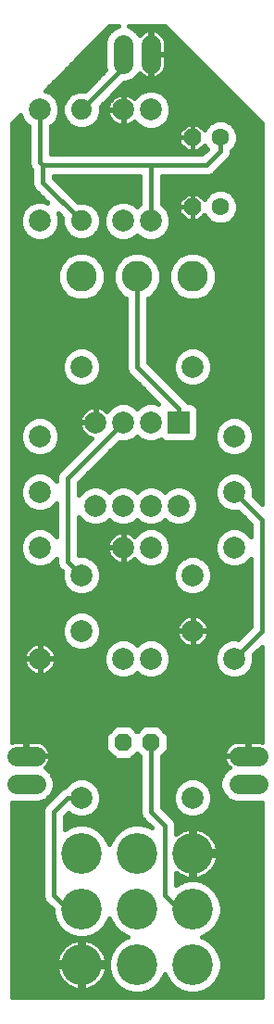
<source format=gbl>
G75*
%MOIN*%
%OFA0B0*%
%FSLAX25Y25*%
%IPPOS*%
%LPD*%
%AMOC8*
5,1,8,0,0,1.08239X$1,22.5*
%
%ADD10C,0.07400*%
%ADD11OC8,0.06300*%
%ADD12C,0.06300*%
%ADD13OC8,0.06200*%
%ADD14C,0.14630*%
%ADD15C,0.07874*%
%ADD16R,0.07874X0.07874*%
%ADD17C,0.11000*%
%ADD18C,0.07000*%
%ADD19C,0.01600*%
D10*
X0031000Y0284300D03*
X0031000Y0324300D03*
D11*
X0071000Y0314300D03*
X0071000Y0289300D03*
D12*
X0081000Y0289300D03*
X0081000Y0314300D03*
D13*
X0056000Y0096800D03*
X0046000Y0096800D03*
D14*
X0051000Y0056800D03*
X0051000Y0036800D03*
X0051000Y0016800D03*
X0031000Y0016800D03*
X0031000Y0036800D03*
X0031000Y0056800D03*
X0071000Y0056800D03*
X0071000Y0036800D03*
X0071000Y0016800D03*
D15*
X0071000Y0076800D03*
X0056000Y0126800D03*
X0046000Y0126800D03*
X0031000Y0136800D03*
X0016000Y0126800D03*
X0031000Y0156800D03*
X0016000Y0166800D03*
X0016000Y0186800D03*
X0016000Y0206800D03*
X0031000Y0231800D03*
X0036000Y0211800D03*
X0046000Y0211800D03*
X0056000Y0211800D03*
X0071000Y0231800D03*
X0086000Y0206800D03*
X0086000Y0186800D03*
X0086000Y0166800D03*
X0071000Y0156800D03*
X0056000Y0166800D03*
X0046000Y0166800D03*
X0046000Y0181800D03*
X0056000Y0181800D03*
X0066000Y0181800D03*
X0036000Y0181800D03*
X0071000Y0136800D03*
X0086000Y0126800D03*
X0031000Y0076800D03*
X0016000Y0284300D03*
X0046000Y0284300D03*
X0056000Y0284300D03*
X0056000Y0324300D03*
X0046000Y0324300D03*
X0016000Y0324300D03*
D16*
X0066000Y0211800D03*
D17*
X0071000Y0264300D03*
X0051000Y0264300D03*
X0031000Y0264300D03*
D18*
X0046000Y0340800D02*
X0046000Y0347800D01*
X0056000Y0347800D02*
X0056000Y0340800D01*
X0087500Y0091800D02*
X0094500Y0091800D01*
X0094500Y0081800D02*
X0087500Y0081800D01*
X0014500Y0081800D02*
X0007500Y0081800D01*
X0007500Y0091800D02*
X0014500Y0091800D01*
D19*
X0006000Y0075169D02*
X0006000Y0005000D01*
X0096000Y0005000D01*
X0096000Y0075169D01*
X0095833Y0075100D01*
X0086167Y0075100D01*
X0083705Y0076120D01*
X0081820Y0078005D01*
X0080800Y0080467D01*
X0080800Y0083133D01*
X0081820Y0085595D01*
X0083705Y0087480D01*
X0084166Y0087671D01*
X0084047Y0087757D01*
X0083457Y0088347D01*
X0082967Y0089022D01*
X0082588Y0089766D01*
X0082330Y0090559D01*
X0082200Y0091383D01*
X0082200Y0091600D01*
X0090800Y0091600D01*
X0090800Y0092000D01*
X0090800Y0097100D01*
X0087083Y0097100D01*
X0086259Y0096969D01*
X0085466Y0096712D01*
X0084722Y0096333D01*
X0084047Y0095843D01*
X0083457Y0095253D01*
X0082967Y0094578D01*
X0082588Y0093834D01*
X0082330Y0093041D01*
X0082200Y0092217D01*
X0082200Y0092000D01*
X0090800Y0092000D01*
X0091200Y0092000D01*
X0091200Y0097100D01*
X0094917Y0097100D01*
X0095741Y0096969D01*
X0096000Y0096885D01*
X0096000Y0131143D01*
X0093119Y0128262D01*
X0093137Y0128220D01*
X0093137Y0125380D01*
X0092050Y0122757D01*
X0090043Y0120750D01*
X0087420Y0119663D01*
X0084580Y0119663D01*
X0081957Y0120750D01*
X0079950Y0122757D01*
X0078863Y0125380D01*
X0078863Y0128220D01*
X0079950Y0130843D01*
X0081957Y0132850D01*
X0084580Y0133937D01*
X0087420Y0133937D01*
X0087462Y0133919D01*
X0092000Y0138457D01*
X0092000Y0162707D01*
X0090043Y0160750D01*
X0087420Y0159663D01*
X0084580Y0159663D01*
X0081957Y0160750D01*
X0079950Y0162757D01*
X0078863Y0165380D01*
X0078863Y0168220D01*
X0079950Y0170843D01*
X0081957Y0172850D01*
X0084580Y0173937D01*
X0087420Y0173937D01*
X0090043Y0172850D01*
X0092000Y0170893D01*
X0092000Y0175143D01*
X0087462Y0179681D01*
X0087420Y0179663D01*
X0084580Y0179663D01*
X0081957Y0180750D01*
X0079950Y0182757D01*
X0078863Y0185380D01*
X0078863Y0188220D01*
X0079950Y0190843D01*
X0081957Y0192850D01*
X0084580Y0193937D01*
X0087420Y0193937D01*
X0090043Y0192850D01*
X0092050Y0190843D01*
X0093137Y0188220D01*
X0093137Y0185380D01*
X0093119Y0185338D01*
X0096000Y0182457D01*
X0096000Y0319300D01*
X0061000Y0354300D01*
X0047816Y0354300D01*
X0049795Y0353480D01*
X0051680Y0351595D01*
X0051871Y0351134D01*
X0051957Y0351253D01*
X0052547Y0351843D01*
X0053222Y0352333D01*
X0053966Y0352712D01*
X0054759Y0352969D01*
X0055583Y0353100D01*
X0055800Y0353100D01*
X0055800Y0344500D01*
X0056200Y0344500D01*
X0056200Y0353100D01*
X0056417Y0353100D01*
X0057241Y0352969D01*
X0058034Y0352712D01*
X0058778Y0352333D01*
X0059453Y0351843D01*
X0060043Y0351253D01*
X0060533Y0350578D01*
X0060912Y0349834D01*
X0061169Y0349041D01*
X0061300Y0348217D01*
X0061300Y0344500D01*
X0056200Y0344500D01*
X0056200Y0344100D01*
X0061300Y0344100D01*
X0061300Y0340383D01*
X0061169Y0339559D01*
X0060912Y0338766D01*
X0060533Y0338022D01*
X0060043Y0337347D01*
X0059453Y0336757D01*
X0058778Y0336267D01*
X0058034Y0335888D01*
X0057241Y0335630D01*
X0056417Y0335500D01*
X0056200Y0335500D01*
X0056200Y0344100D01*
X0055800Y0344100D01*
X0055800Y0335500D01*
X0055583Y0335500D01*
X0054759Y0335630D01*
X0053966Y0335888D01*
X0053222Y0336267D01*
X0052547Y0336757D01*
X0051957Y0337347D01*
X0051871Y0337466D01*
X0051680Y0337005D01*
X0049795Y0335120D01*
X0047333Y0334100D01*
X0046457Y0334100D01*
X0037900Y0325543D01*
X0037900Y0322927D01*
X0036850Y0320391D01*
X0034909Y0318450D01*
X0032372Y0317400D01*
X0029627Y0317400D01*
X0027091Y0318450D01*
X0025150Y0320391D01*
X0024100Y0322927D01*
X0024100Y0325672D01*
X0025150Y0328209D01*
X0027091Y0330150D01*
X0029627Y0331200D01*
X0032243Y0331200D01*
X0039655Y0338611D01*
X0039300Y0339467D01*
X0039300Y0349133D01*
X0040320Y0351595D01*
X0042205Y0353480D01*
X0044184Y0354300D01*
X0041000Y0354300D01*
X0017927Y0331227D01*
X0020043Y0330350D01*
X0022050Y0328343D01*
X0023137Y0325720D01*
X0023137Y0322880D01*
X0022050Y0320257D01*
X0020043Y0318250D01*
X0020000Y0318232D01*
X0020000Y0308300D01*
X0074343Y0308300D01*
X0076181Y0310138D01*
X0075617Y0310703D01*
X0075261Y0311561D01*
X0073050Y0309350D01*
X0071000Y0309350D01*
X0071000Y0314300D01*
X0071000Y0314300D01*
X0071000Y0319250D01*
X0073050Y0319250D01*
X0075261Y0317039D01*
X0075617Y0317897D01*
X0077403Y0319683D01*
X0079737Y0320650D01*
X0082263Y0320650D01*
X0084597Y0319683D01*
X0086383Y0317897D01*
X0087350Y0315563D01*
X0087350Y0313037D01*
X0086383Y0310703D01*
X0085000Y0309320D01*
X0085000Y0308504D01*
X0084391Y0307034D01*
X0079391Y0302034D01*
X0078266Y0300909D01*
X0076796Y0300300D01*
X0060000Y0300300D01*
X0060000Y0290368D01*
X0060043Y0290350D01*
X0062050Y0288343D01*
X0063137Y0285720D01*
X0063137Y0282880D01*
X0062050Y0280257D01*
X0060043Y0278250D01*
X0057420Y0277163D01*
X0054580Y0277163D01*
X0051957Y0278250D01*
X0051000Y0279207D01*
X0050043Y0278250D01*
X0047420Y0277163D01*
X0044580Y0277163D01*
X0041957Y0278250D01*
X0039950Y0280257D01*
X0038863Y0282880D01*
X0038863Y0285720D01*
X0039950Y0288343D01*
X0041957Y0290350D01*
X0044580Y0291437D01*
X0047420Y0291437D01*
X0050043Y0290350D01*
X0051000Y0289393D01*
X0051957Y0290350D01*
X0052000Y0290368D01*
X0052000Y0300300D01*
X0021142Y0300300D01*
X0021142Y0299815D01*
X0029757Y0291200D01*
X0032372Y0291200D01*
X0034909Y0290150D01*
X0036850Y0288209D01*
X0037900Y0285672D01*
X0037900Y0282927D01*
X0036850Y0280391D01*
X0034909Y0278450D01*
X0032372Y0277400D01*
X0029627Y0277400D01*
X0027091Y0278450D01*
X0025150Y0280391D01*
X0024100Y0282927D01*
X0024100Y0285543D01*
X0022581Y0287062D01*
X0023137Y0285720D01*
X0023137Y0282880D01*
X0022050Y0280257D01*
X0020043Y0278250D01*
X0017420Y0277163D01*
X0014580Y0277163D01*
X0011957Y0278250D01*
X0009950Y0280257D01*
X0008863Y0282880D01*
X0008863Y0285720D01*
X0009950Y0288343D01*
X0011957Y0290350D01*
X0014580Y0291437D01*
X0017420Y0291437D01*
X0018762Y0290881D01*
X0013751Y0295892D01*
X0013142Y0297363D01*
X0013142Y0302643D01*
X0012609Y0303176D01*
X0012000Y0304646D01*
X0012000Y0318232D01*
X0011957Y0318250D01*
X0009950Y0320257D01*
X0009073Y0322373D01*
X0006000Y0319300D01*
X0006000Y0096885D01*
X0006259Y0096969D01*
X0007083Y0097100D01*
X0010800Y0097100D01*
X0010800Y0092000D01*
X0011200Y0092000D01*
X0011200Y0097100D01*
X0014917Y0097100D01*
X0015741Y0096969D01*
X0016534Y0096712D01*
X0017278Y0096333D01*
X0017953Y0095843D01*
X0018543Y0095253D01*
X0019033Y0094578D01*
X0019412Y0093834D01*
X0019669Y0093041D01*
X0019800Y0092217D01*
X0019800Y0092000D01*
X0011200Y0092000D01*
X0011200Y0091600D01*
X0019800Y0091600D01*
X0019800Y0091383D01*
X0019669Y0090559D01*
X0019412Y0089766D01*
X0019033Y0089022D01*
X0018543Y0088347D01*
X0017953Y0087757D01*
X0017834Y0087671D01*
X0018295Y0087480D01*
X0020180Y0085595D01*
X0021200Y0083133D01*
X0021200Y0080467D01*
X0020180Y0078005D01*
X0018295Y0076120D01*
X0015833Y0075100D01*
X0006167Y0075100D01*
X0006000Y0075169D01*
X0006000Y0073733D02*
X0017471Y0073733D01*
X0017609Y0074066D02*
X0017000Y0072596D01*
X0017000Y0041004D01*
X0017609Y0039534D01*
X0018734Y0038409D01*
X0020485Y0036658D01*
X0020485Y0035416D01*
X0021202Y0032741D01*
X0022586Y0030344D01*
X0024544Y0028386D01*
X0026941Y0027002D01*
X0029616Y0026285D01*
X0032384Y0026285D01*
X0035059Y0027002D01*
X0037456Y0028386D01*
X0039414Y0030344D01*
X0040798Y0032741D01*
X0041000Y0033494D01*
X0041202Y0032741D01*
X0042586Y0030344D01*
X0044544Y0028386D01*
X0046941Y0027002D01*
X0047694Y0026800D01*
X0046941Y0026598D01*
X0044544Y0025214D01*
X0042586Y0023256D01*
X0041202Y0020859D01*
X0040485Y0018184D01*
X0040485Y0015416D01*
X0041202Y0012741D01*
X0042586Y0010344D01*
X0044544Y0008386D01*
X0046941Y0007002D01*
X0049616Y0006285D01*
X0052384Y0006285D01*
X0055059Y0007002D01*
X0057456Y0008386D01*
X0059414Y0010344D01*
X0060798Y0012741D01*
X0061000Y0013494D01*
X0061202Y0012741D01*
X0062586Y0010344D01*
X0064544Y0008386D01*
X0066941Y0007002D01*
X0069616Y0006285D01*
X0072384Y0006285D01*
X0075059Y0007002D01*
X0077456Y0008386D01*
X0079414Y0010344D01*
X0080798Y0012741D01*
X0081515Y0015416D01*
X0081515Y0018184D01*
X0080798Y0020859D01*
X0079414Y0023256D01*
X0077456Y0025214D01*
X0075059Y0026598D01*
X0074306Y0026800D01*
X0075059Y0027002D01*
X0077456Y0028386D01*
X0079414Y0030344D01*
X0080798Y0032741D01*
X0081515Y0035416D01*
X0081515Y0038184D01*
X0080798Y0040859D01*
X0079414Y0043256D01*
X0077456Y0045214D01*
X0075059Y0046598D01*
X0072384Y0047315D01*
X0069616Y0047315D01*
X0066941Y0046598D01*
X0065000Y0045478D01*
X0065000Y0049915D01*
X0065925Y0049205D01*
X0066960Y0048607D01*
X0068064Y0048150D01*
X0069218Y0047841D01*
X0070200Y0047712D01*
X0070200Y0056000D01*
X0071800Y0056000D01*
X0071800Y0057600D01*
X0070200Y0057600D01*
X0070200Y0065888D01*
X0069218Y0065759D01*
X0068064Y0065450D01*
X0066960Y0064992D01*
X0065925Y0064395D01*
X0065000Y0063685D01*
X0065000Y0067596D01*
X0064391Y0069066D01*
X0060000Y0073457D01*
X0060000Y0091890D01*
X0062300Y0094190D01*
X0062300Y0099410D01*
X0058610Y0103100D01*
X0053390Y0103100D01*
X0051000Y0100710D01*
X0048610Y0103100D01*
X0043390Y0103100D01*
X0039700Y0099410D01*
X0039700Y0094190D01*
X0043390Y0090500D01*
X0048610Y0090500D01*
X0051000Y0092890D01*
X0052000Y0091890D01*
X0052000Y0071004D01*
X0052609Y0069534D01*
X0053734Y0068409D01*
X0056209Y0065934D01*
X0055059Y0066598D01*
X0052384Y0067315D01*
X0049616Y0067315D01*
X0046941Y0066598D01*
X0044544Y0065214D01*
X0042586Y0063256D01*
X0041202Y0060859D01*
X0041000Y0060106D01*
X0040798Y0060859D01*
X0039414Y0063256D01*
X0037456Y0065214D01*
X0035059Y0066598D01*
X0032384Y0067315D01*
X0029616Y0067315D01*
X0026941Y0066598D01*
X0025000Y0065477D01*
X0025000Y0070143D01*
X0026282Y0071425D01*
X0026957Y0070750D01*
X0029580Y0069663D01*
X0032420Y0069663D01*
X0035043Y0070750D01*
X0037050Y0072757D01*
X0038137Y0075380D01*
X0038137Y0078220D01*
X0037050Y0080843D01*
X0035043Y0082850D01*
X0032420Y0083937D01*
X0029580Y0083937D01*
X0026957Y0082850D01*
X0024950Y0080843D01*
X0024875Y0080664D01*
X0023734Y0080191D01*
X0022609Y0079066D01*
X0017609Y0074066D01*
X0016392Y0075332D02*
X0018875Y0075332D01*
X0019105Y0076930D02*
X0020473Y0076930D01*
X0020397Y0078529D02*
X0022072Y0078529D01*
X0021059Y0080127D02*
X0023670Y0080127D01*
X0025832Y0081726D02*
X0021200Y0081726D01*
X0021121Y0083324D02*
X0028101Y0083324D01*
X0033899Y0083324D02*
X0052000Y0083324D01*
X0052000Y0081726D02*
X0036168Y0081726D01*
X0037347Y0080127D02*
X0052000Y0080127D01*
X0052000Y0078529D02*
X0038009Y0078529D01*
X0038137Y0076930D02*
X0052000Y0076930D01*
X0052000Y0075332D02*
X0038117Y0075332D01*
X0037455Y0073733D02*
X0052000Y0073733D01*
X0052000Y0072134D02*
X0036428Y0072134D01*
X0034527Y0070536D02*
X0052194Y0070536D01*
X0053206Y0068937D02*
X0025000Y0068937D01*
X0025000Y0067339D02*
X0054804Y0067339D01*
X0056000Y0071800D02*
X0056000Y0096800D01*
X0052000Y0091317D02*
X0049426Y0091317D01*
X0052000Y0089718D02*
X0019388Y0089718D01*
X0019789Y0091317D02*
X0042574Y0091317D01*
X0040975Y0092915D02*
X0019689Y0092915D01*
X0019066Y0094514D02*
X0039700Y0094514D01*
X0039700Y0096112D02*
X0017582Y0096112D01*
X0011200Y0096112D02*
X0010800Y0096112D01*
X0010800Y0094514D02*
X0011200Y0094514D01*
X0011200Y0092915D02*
X0010800Y0092915D01*
X0006000Y0097711D02*
X0039700Y0097711D01*
X0039700Y0099309D02*
X0006000Y0099309D01*
X0006000Y0100908D02*
X0041198Y0100908D01*
X0042797Y0102506D02*
X0006000Y0102506D01*
X0006000Y0104105D02*
X0096000Y0104105D01*
X0096000Y0105703D02*
X0006000Y0105703D01*
X0006000Y0107302D02*
X0096000Y0107302D01*
X0096000Y0108900D02*
X0006000Y0108900D01*
X0006000Y0110499D02*
X0096000Y0110499D01*
X0096000Y0112097D02*
X0006000Y0112097D01*
X0006000Y0113696D02*
X0096000Y0113696D01*
X0096000Y0115294D02*
X0006000Y0115294D01*
X0006000Y0116893D02*
X0096000Y0116893D01*
X0096000Y0118491D02*
X0006000Y0118491D01*
X0006000Y0120090D02*
X0043550Y0120090D01*
X0044580Y0119663D02*
X0047420Y0119663D01*
X0050043Y0120750D01*
X0051000Y0121707D01*
X0051957Y0120750D01*
X0054580Y0119663D01*
X0057420Y0119663D01*
X0060043Y0120750D01*
X0062050Y0122757D01*
X0063137Y0125380D01*
X0063137Y0128220D01*
X0062050Y0130843D01*
X0060043Y0132850D01*
X0057420Y0133937D01*
X0054580Y0133937D01*
X0051957Y0132850D01*
X0051000Y0131893D01*
X0050043Y0132850D01*
X0047420Y0133937D01*
X0044580Y0133937D01*
X0041957Y0132850D01*
X0039950Y0130843D01*
X0038863Y0128220D01*
X0038863Y0125380D01*
X0039950Y0122757D01*
X0041957Y0120750D01*
X0044580Y0119663D01*
X0048450Y0120090D02*
X0053550Y0120090D01*
X0051018Y0121688D02*
X0050982Y0121688D01*
X0058450Y0120090D02*
X0083550Y0120090D01*
X0081018Y0121688D02*
X0060982Y0121688D01*
X0062270Y0123287D02*
X0079730Y0123287D01*
X0079068Y0124885D02*
X0062932Y0124885D01*
X0063137Y0126484D02*
X0078863Y0126484D01*
X0078863Y0128082D02*
X0063137Y0128082D01*
X0062532Y0129681D02*
X0079468Y0129681D01*
X0080386Y0131279D02*
X0072575Y0131279D01*
X0072343Y0131204D02*
X0073202Y0131483D01*
X0074007Y0131893D01*
X0074737Y0132424D01*
X0075376Y0133063D01*
X0075907Y0133793D01*
X0076317Y0134598D01*
X0076596Y0135457D01*
X0076737Y0136348D01*
X0076737Y0136616D01*
X0071184Y0136616D01*
X0071184Y0131063D01*
X0071452Y0131063D01*
X0072343Y0131204D01*
X0071184Y0131279D02*
X0070816Y0131279D01*
X0070816Y0131063D02*
X0070816Y0136616D01*
X0065263Y0136616D01*
X0065263Y0136348D01*
X0065404Y0135457D01*
X0065683Y0134598D01*
X0066093Y0133793D01*
X0066624Y0133063D01*
X0067263Y0132424D01*
X0067993Y0131893D01*
X0068798Y0131483D01*
X0069657Y0131204D01*
X0070548Y0131063D01*
X0070816Y0131063D01*
X0069425Y0131279D02*
X0061614Y0131279D01*
X0059976Y0132878D02*
X0066809Y0132878D01*
X0065745Y0134476D02*
X0037763Y0134476D01*
X0038137Y0135380D02*
X0037050Y0132757D01*
X0035043Y0130750D01*
X0032420Y0129663D01*
X0029580Y0129663D01*
X0026957Y0130750D01*
X0024950Y0132757D01*
X0023863Y0135380D01*
X0023863Y0138220D01*
X0024950Y0140843D01*
X0026957Y0142850D01*
X0029580Y0143937D01*
X0032420Y0143937D01*
X0035043Y0142850D01*
X0037050Y0140843D01*
X0038137Y0138220D01*
X0038137Y0135380D01*
X0038137Y0136075D02*
X0065306Y0136075D01*
X0065263Y0136984D02*
X0070816Y0136984D01*
X0070816Y0136616D01*
X0071184Y0136616D01*
X0071184Y0136984D01*
X0070816Y0136984D01*
X0070816Y0142537D01*
X0070548Y0142537D01*
X0069657Y0142396D01*
X0068798Y0142117D01*
X0067993Y0141707D01*
X0067263Y0141176D01*
X0066624Y0140537D01*
X0066093Y0139807D01*
X0065683Y0139002D01*
X0065404Y0138143D01*
X0065263Y0137252D01*
X0065263Y0136984D01*
X0065330Y0137673D02*
X0038137Y0137673D01*
X0037701Y0139272D02*
X0065821Y0139272D01*
X0066957Y0140870D02*
X0037023Y0140870D01*
X0035424Y0142469D02*
X0070119Y0142469D01*
X0070816Y0142469D02*
X0071184Y0142469D01*
X0071184Y0142537D02*
X0071184Y0136984D01*
X0076737Y0136984D01*
X0076737Y0137252D01*
X0076596Y0138143D01*
X0076317Y0139002D01*
X0075907Y0139807D01*
X0075376Y0140537D01*
X0074737Y0141176D01*
X0074007Y0141707D01*
X0073202Y0142117D01*
X0072343Y0142396D01*
X0071452Y0142537D01*
X0071184Y0142537D01*
X0071881Y0142469D02*
X0092000Y0142469D01*
X0092000Y0144068D02*
X0006000Y0144068D01*
X0006000Y0145666D02*
X0092000Y0145666D01*
X0092000Y0147265D02*
X0006000Y0147265D01*
X0006000Y0148863D02*
X0092000Y0148863D01*
X0092000Y0150462D02*
X0074348Y0150462D01*
X0075043Y0150750D02*
X0077050Y0152757D01*
X0078137Y0155380D01*
X0078137Y0158220D01*
X0077050Y0160843D01*
X0075043Y0162850D01*
X0072420Y0163937D01*
X0069580Y0163937D01*
X0066957Y0162850D01*
X0064950Y0160843D01*
X0063863Y0158220D01*
X0063863Y0155380D01*
X0064950Y0152757D01*
X0066957Y0150750D01*
X0069580Y0149663D01*
X0072420Y0149663D01*
X0075043Y0150750D01*
X0076353Y0152060D02*
X0092000Y0152060D01*
X0092000Y0153659D02*
X0077424Y0153659D01*
X0078086Y0155257D02*
X0092000Y0155257D01*
X0092000Y0156856D02*
X0078137Y0156856D01*
X0078040Y0158454D02*
X0092000Y0158454D01*
X0092000Y0160053D02*
X0088360Y0160053D01*
X0090944Y0161651D02*
X0092000Y0161651D01*
X0092000Y0171242D02*
X0091651Y0171242D01*
X0092000Y0172841D02*
X0090053Y0172841D01*
X0092000Y0174439D02*
X0030000Y0174439D01*
X0030000Y0172841D02*
X0051947Y0172841D01*
X0051957Y0172850D02*
X0050010Y0170903D01*
X0049737Y0171176D01*
X0049007Y0171707D01*
X0048202Y0172117D01*
X0047343Y0172396D01*
X0046452Y0172537D01*
X0046184Y0172537D01*
X0046184Y0166984D01*
X0045816Y0166984D01*
X0045816Y0166616D01*
X0040263Y0166616D01*
X0040263Y0166348D01*
X0040404Y0165457D01*
X0040683Y0164598D01*
X0041093Y0163793D01*
X0041624Y0163063D01*
X0042263Y0162424D01*
X0042993Y0161893D01*
X0043798Y0161483D01*
X0044657Y0161204D01*
X0045548Y0161063D01*
X0045816Y0161063D01*
X0045816Y0166616D01*
X0046184Y0166616D01*
X0046184Y0161063D01*
X0046452Y0161063D01*
X0047343Y0161204D01*
X0048202Y0161483D01*
X0049007Y0161893D01*
X0049737Y0162424D01*
X0050010Y0162697D01*
X0051957Y0160750D01*
X0054580Y0159663D01*
X0057420Y0159663D01*
X0060043Y0160750D01*
X0062050Y0162757D01*
X0063137Y0165380D01*
X0063137Y0168220D01*
X0062050Y0170843D01*
X0060043Y0172850D01*
X0057420Y0173937D01*
X0054580Y0173937D01*
X0051957Y0172850D01*
X0050349Y0171242D02*
X0049646Y0171242D01*
X0046184Y0171242D02*
X0045816Y0171242D01*
X0045816Y0172537D02*
X0045548Y0172537D01*
X0044657Y0172396D01*
X0043798Y0172117D01*
X0042993Y0171707D01*
X0042263Y0171176D01*
X0041624Y0170537D01*
X0041093Y0169807D01*
X0040683Y0169002D01*
X0040404Y0168143D01*
X0040263Y0167252D01*
X0040263Y0166984D01*
X0045816Y0166984D01*
X0045816Y0172537D01*
X0044580Y0174663D02*
X0041957Y0175750D01*
X0041000Y0176707D01*
X0040043Y0175750D01*
X0037420Y0174663D01*
X0034580Y0174663D01*
X0031957Y0175750D01*
X0030000Y0177707D01*
X0030000Y0163937D01*
X0032420Y0163937D01*
X0035043Y0162850D01*
X0037050Y0160843D01*
X0038137Y0158220D01*
X0038137Y0155380D01*
X0037050Y0152757D01*
X0035043Y0150750D01*
X0032420Y0149663D01*
X0029580Y0149663D01*
X0026957Y0150750D01*
X0024950Y0152757D01*
X0023863Y0155380D01*
X0023863Y0158220D01*
X0023881Y0158262D01*
X0023734Y0158409D01*
X0022609Y0159534D01*
X0022000Y0161004D01*
X0022000Y0162707D01*
X0020043Y0160750D01*
X0017420Y0159663D01*
X0014580Y0159663D01*
X0011957Y0160750D01*
X0009950Y0162757D01*
X0008863Y0165380D01*
X0008863Y0168220D01*
X0009950Y0170843D01*
X0011957Y0172850D01*
X0014580Y0173937D01*
X0017420Y0173937D01*
X0020043Y0172850D01*
X0022000Y0170893D01*
X0022000Y0182707D01*
X0020043Y0180750D01*
X0017420Y0179663D01*
X0014580Y0179663D01*
X0011957Y0180750D01*
X0009950Y0182757D01*
X0008863Y0185380D01*
X0008863Y0188220D01*
X0009950Y0190843D01*
X0011957Y0192850D01*
X0014580Y0193937D01*
X0017420Y0193937D01*
X0020043Y0192850D01*
X0022000Y0190893D01*
X0022000Y0192596D01*
X0022609Y0194066D01*
X0034735Y0206192D01*
X0034657Y0206204D01*
X0033798Y0206483D01*
X0032993Y0206893D01*
X0032263Y0207424D01*
X0031624Y0208063D01*
X0031093Y0208793D01*
X0030683Y0209598D01*
X0030404Y0210457D01*
X0030263Y0211348D01*
X0030263Y0211616D01*
X0035816Y0211616D01*
X0035816Y0211984D01*
X0030263Y0211984D01*
X0030263Y0212252D01*
X0030404Y0213143D01*
X0030683Y0214002D01*
X0031093Y0214807D01*
X0031624Y0215537D01*
X0032263Y0216176D01*
X0032993Y0216707D01*
X0033798Y0217117D01*
X0034657Y0217396D01*
X0035548Y0217537D01*
X0035816Y0217537D01*
X0035816Y0211984D01*
X0036184Y0211984D01*
X0036184Y0217537D01*
X0036452Y0217537D01*
X0037343Y0217396D01*
X0038202Y0217117D01*
X0039007Y0216707D01*
X0039737Y0216176D01*
X0040010Y0215903D01*
X0041957Y0217850D01*
X0044580Y0218937D01*
X0047420Y0218937D01*
X0050043Y0217850D01*
X0051000Y0216893D01*
X0051957Y0217850D01*
X0054580Y0218937D01*
X0057420Y0218937D01*
X0058762Y0218381D01*
X0047609Y0229534D01*
X0047000Y0231004D01*
X0047000Y0256540D01*
X0046072Y0256924D01*
X0043624Y0259372D01*
X0042300Y0262569D01*
X0042300Y0266031D01*
X0043624Y0269228D01*
X0046072Y0271675D01*
X0049269Y0273000D01*
X0052731Y0273000D01*
X0055928Y0271675D01*
X0058375Y0269228D01*
X0059700Y0266031D01*
X0059700Y0262569D01*
X0058375Y0259372D01*
X0055928Y0256924D01*
X0055000Y0256540D01*
X0055000Y0233457D01*
X0068266Y0220191D01*
X0069391Y0219066D01*
X0069444Y0218937D01*
X0070574Y0218937D01*
X0071750Y0218450D01*
X0072650Y0217550D01*
X0073137Y0216374D01*
X0073137Y0207226D01*
X0072650Y0206050D01*
X0071750Y0205150D01*
X0070574Y0204663D01*
X0061426Y0204663D01*
X0060250Y0205150D01*
X0059766Y0205635D01*
X0057420Y0204663D01*
X0054580Y0204663D01*
X0051957Y0205750D01*
X0051000Y0206707D01*
X0050043Y0205750D01*
X0047420Y0204663D01*
X0044580Y0204663D01*
X0044538Y0204681D01*
X0030000Y0190143D01*
X0030000Y0185893D01*
X0031957Y0187850D01*
X0034580Y0188937D01*
X0037420Y0188937D01*
X0040043Y0187850D01*
X0041000Y0186893D01*
X0041957Y0187850D01*
X0044580Y0188937D01*
X0047420Y0188937D01*
X0050043Y0187850D01*
X0051000Y0186893D01*
X0051957Y0187850D01*
X0054580Y0188937D01*
X0057420Y0188937D01*
X0060043Y0187850D01*
X0061000Y0186893D01*
X0061957Y0187850D01*
X0064580Y0188937D01*
X0067420Y0188937D01*
X0070043Y0187850D01*
X0072050Y0185843D01*
X0073137Y0183220D01*
X0073137Y0180380D01*
X0072050Y0177757D01*
X0070043Y0175750D01*
X0067420Y0174663D01*
X0064580Y0174663D01*
X0061957Y0175750D01*
X0061000Y0176707D01*
X0060043Y0175750D01*
X0057420Y0174663D01*
X0054580Y0174663D01*
X0051957Y0175750D01*
X0051000Y0176707D01*
X0050043Y0175750D01*
X0047420Y0174663D01*
X0044580Y0174663D01*
X0041669Y0176038D02*
X0040331Y0176038D01*
X0042354Y0171242D02*
X0030000Y0171242D01*
X0030000Y0169644D02*
X0041010Y0169644D01*
X0040389Y0168045D02*
X0030000Y0168045D01*
X0030000Y0166447D02*
X0040263Y0166447D01*
X0040602Y0164848D02*
X0030000Y0164848D01*
X0034079Y0163250D02*
X0041488Y0163250D01*
X0043468Y0161651D02*
X0036242Y0161651D01*
X0037378Y0160053D02*
X0053640Y0160053D01*
X0051056Y0161651D02*
X0048532Y0161651D01*
X0046184Y0161651D02*
X0045816Y0161651D01*
X0045816Y0163250D02*
X0046184Y0163250D01*
X0046184Y0164848D02*
X0045816Y0164848D01*
X0045816Y0166447D02*
X0046184Y0166447D01*
X0046184Y0168045D02*
X0045816Y0168045D01*
X0045816Y0169644D02*
X0046184Y0169644D01*
X0050331Y0176038D02*
X0051669Y0176038D01*
X0060331Y0176038D02*
X0061669Y0176038D01*
X0060053Y0172841D02*
X0081947Y0172841D01*
X0080349Y0171242D02*
X0061651Y0171242D01*
X0062547Y0169644D02*
X0079453Y0169644D01*
X0078863Y0168045D02*
X0063137Y0168045D01*
X0063137Y0166447D02*
X0078863Y0166447D01*
X0079083Y0164848D02*
X0062917Y0164848D01*
X0062254Y0163250D02*
X0067921Y0163250D01*
X0065758Y0161651D02*
X0060944Y0161651D01*
X0058360Y0160053D02*
X0064622Y0160053D01*
X0063960Y0158454D02*
X0038040Y0158454D01*
X0038137Y0156856D02*
X0063863Y0156856D01*
X0063914Y0155257D02*
X0038086Y0155257D01*
X0037424Y0153659D02*
X0064576Y0153659D01*
X0065647Y0152060D02*
X0036353Y0152060D01*
X0034348Y0150462D02*
X0067652Y0150462D01*
X0070816Y0140870D02*
X0071184Y0140870D01*
X0071184Y0139272D02*
X0070816Y0139272D01*
X0070816Y0137673D02*
X0071184Y0137673D01*
X0071184Y0136075D02*
X0070816Y0136075D01*
X0070816Y0134476D02*
X0071184Y0134476D01*
X0071184Y0132878D02*
X0070816Y0132878D01*
X0075191Y0132878D02*
X0082024Y0132878D01*
X0086000Y0126800D02*
X0096000Y0136800D01*
X0096000Y0176800D01*
X0086000Y0186800D01*
X0081873Y0180833D02*
X0073137Y0180833D01*
X0073137Y0182432D02*
X0080275Y0182432D01*
X0079422Y0184030D02*
X0072801Y0184030D01*
X0072139Y0185629D02*
X0078863Y0185629D01*
X0078863Y0187227D02*
X0070666Y0187227D01*
X0067688Y0188826D02*
X0079114Y0188826D01*
X0079776Y0190424D02*
X0030281Y0190424D01*
X0030000Y0188826D02*
X0034312Y0188826D01*
X0037688Y0188826D02*
X0044312Y0188826D01*
X0047688Y0188826D02*
X0054312Y0188826D01*
X0057688Y0188826D02*
X0064312Y0188826D01*
X0061334Y0187227D02*
X0060666Y0187227D01*
X0051334Y0187227D02*
X0050666Y0187227D01*
X0041334Y0187227D02*
X0040666Y0187227D01*
X0033478Y0193621D02*
X0083818Y0193621D01*
X0081130Y0192023D02*
X0031880Y0192023D01*
X0035077Y0195220D02*
X0096000Y0195220D01*
X0096000Y0196818D02*
X0036675Y0196818D01*
X0038274Y0198417D02*
X0096000Y0198417D01*
X0096000Y0200015D02*
X0088270Y0200015D01*
X0087420Y0199663D02*
X0090043Y0200750D01*
X0092050Y0202757D01*
X0093137Y0205380D01*
X0093137Y0208220D01*
X0092050Y0210843D01*
X0090043Y0212850D01*
X0087420Y0213937D01*
X0084580Y0213937D01*
X0081957Y0212850D01*
X0079950Y0210843D01*
X0078863Y0208220D01*
X0078863Y0205380D01*
X0079950Y0202757D01*
X0081957Y0200750D01*
X0084580Y0199663D01*
X0087420Y0199663D01*
X0090907Y0201614D02*
X0096000Y0201614D01*
X0096000Y0203212D02*
X0092239Y0203212D01*
X0092901Y0204811D02*
X0096000Y0204811D01*
X0096000Y0206409D02*
X0093137Y0206409D01*
X0093137Y0208008D02*
X0096000Y0208008D01*
X0096000Y0209606D02*
X0092563Y0209606D01*
X0091688Y0211205D02*
X0096000Y0211205D01*
X0096000Y0212803D02*
X0090090Y0212803D01*
X0096000Y0214402D02*
X0073137Y0214402D01*
X0073137Y0216001D02*
X0096000Y0216001D01*
X0096000Y0217599D02*
X0072600Y0217599D01*
X0069259Y0219198D02*
X0096000Y0219198D01*
X0096000Y0220796D02*
X0067661Y0220796D01*
X0066062Y0222395D02*
X0096000Y0222395D01*
X0096000Y0223993D02*
X0064464Y0223993D01*
X0062865Y0225592D02*
X0067339Y0225592D01*
X0066957Y0225750D02*
X0069580Y0224663D01*
X0072420Y0224663D01*
X0075043Y0225750D01*
X0077050Y0227757D01*
X0078137Y0230380D01*
X0078137Y0233220D01*
X0077050Y0235843D01*
X0075043Y0237850D01*
X0072420Y0238937D01*
X0069580Y0238937D01*
X0066957Y0237850D01*
X0064950Y0235843D01*
X0063863Y0233220D01*
X0063863Y0230380D01*
X0064950Y0227757D01*
X0066957Y0225750D01*
X0065517Y0227190D02*
X0061267Y0227190D01*
X0059668Y0228789D02*
X0064522Y0228789D01*
X0063863Y0230387D02*
X0058070Y0230387D01*
X0056471Y0231986D02*
X0063863Y0231986D01*
X0064014Y0233584D02*
X0055000Y0233584D01*
X0055000Y0235183D02*
X0064676Y0235183D01*
X0065888Y0236781D02*
X0055000Y0236781D01*
X0055000Y0238380D02*
X0068235Y0238380D01*
X0073765Y0238380D02*
X0096000Y0238380D01*
X0096000Y0239978D02*
X0055000Y0239978D01*
X0055000Y0241577D02*
X0096000Y0241577D01*
X0096000Y0243175D02*
X0055000Y0243175D01*
X0055000Y0244774D02*
X0096000Y0244774D01*
X0096000Y0246372D02*
X0055000Y0246372D01*
X0055000Y0247971D02*
X0096000Y0247971D01*
X0096000Y0249569D02*
X0055000Y0249569D01*
X0055000Y0251168D02*
X0096000Y0251168D01*
X0096000Y0252766D02*
X0055000Y0252766D01*
X0055000Y0254365D02*
X0096000Y0254365D01*
X0096000Y0255963D02*
X0073608Y0255963D01*
X0072731Y0255600D02*
X0075928Y0256924D01*
X0078375Y0259372D01*
X0079700Y0262569D01*
X0079700Y0266031D01*
X0078375Y0269228D01*
X0075928Y0271675D01*
X0072731Y0273000D01*
X0069269Y0273000D01*
X0066072Y0271675D01*
X0063624Y0269228D01*
X0062300Y0266031D01*
X0062300Y0262569D01*
X0063624Y0259372D01*
X0066072Y0256924D01*
X0069269Y0255600D01*
X0072731Y0255600D01*
X0068392Y0255963D02*
X0055000Y0255963D01*
X0056565Y0257562D02*
X0065435Y0257562D01*
X0063836Y0259160D02*
X0058164Y0259160D01*
X0058950Y0260759D02*
X0063050Y0260759D01*
X0062388Y0262357D02*
X0059612Y0262357D01*
X0059700Y0263956D02*
X0062300Y0263956D01*
X0062300Y0265554D02*
X0059700Y0265554D01*
X0059235Y0267153D02*
X0062765Y0267153D01*
X0063427Y0268751D02*
X0058573Y0268751D01*
X0057254Y0270350D02*
X0064746Y0270350D01*
X0066731Y0271948D02*
X0055269Y0271948D01*
X0051864Y0278342D02*
X0050136Y0278342D01*
X0046731Y0271948D02*
X0035269Y0271948D01*
X0035928Y0271675D02*
X0032731Y0273000D01*
X0029269Y0273000D01*
X0026072Y0271675D01*
X0023624Y0269228D01*
X0022300Y0266031D01*
X0022300Y0262569D01*
X0023624Y0259372D01*
X0026072Y0256924D01*
X0029269Y0255600D01*
X0032731Y0255600D01*
X0035928Y0256924D01*
X0038375Y0259372D01*
X0039700Y0262569D01*
X0039700Y0266031D01*
X0038375Y0269228D01*
X0035928Y0271675D01*
X0037254Y0270350D02*
X0044746Y0270350D01*
X0043427Y0268751D02*
X0038573Y0268751D01*
X0039235Y0267153D02*
X0042765Y0267153D01*
X0042300Y0265554D02*
X0039700Y0265554D01*
X0039700Y0263956D02*
X0042300Y0263956D01*
X0042388Y0262357D02*
X0039612Y0262357D01*
X0038950Y0260759D02*
X0043050Y0260759D01*
X0043836Y0259160D02*
X0038164Y0259160D01*
X0036565Y0257562D02*
X0045435Y0257562D01*
X0047000Y0255963D02*
X0033608Y0255963D01*
X0028392Y0255963D02*
X0006000Y0255963D01*
X0006000Y0254365D02*
X0047000Y0254365D01*
X0047000Y0252766D02*
X0006000Y0252766D01*
X0006000Y0251168D02*
X0047000Y0251168D01*
X0047000Y0249569D02*
X0006000Y0249569D01*
X0006000Y0247971D02*
X0047000Y0247971D01*
X0047000Y0246372D02*
X0006000Y0246372D01*
X0006000Y0244774D02*
X0047000Y0244774D01*
X0047000Y0243175D02*
X0006000Y0243175D01*
X0006000Y0241577D02*
X0047000Y0241577D01*
X0047000Y0239978D02*
X0006000Y0239978D01*
X0006000Y0238380D02*
X0028235Y0238380D01*
X0026957Y0237850D02*
X0029580Y0238937D01*
X0032420Y0238937D01*
X0035043Y0237850D01*
X0037050Y0235843D01*
X0038137Y0233220D01*
X0038137Y0230380D01*
X0037050Y0227757D01*
X0035043Y0225750D01*
X0032420Y0224663D01*
X0029580Y0224663D01*
X0026957Y0225750D01*
X0024950Y0227757D01*
X0023863Y0230380D01*
X0023863Y0233220D01*
X0024950Y0235843D01*
X0026957Y0237850D01*
X0025888Y0236781D02*
X0006000Y0236781D01*
X0006000Y0235183D02*
X0024676Y0235183D01*
X0024014Y0233584D02*
X0006000Y0233584D01*
X0006000Y0231986D02*
X0023863Y0231986D01*
X0023863Y0230387D02*
X0006000Y0230387D01*
X0006000Y0228789D02*
X0024522Y0228789D01*
X0025517Y0227190D02*
X0006000Y0227190D01*
X0006000Y0225592D02*
X0027339Y0225592D01*
X0034661Y0225592D02*
X0051552Y0225592D01*
X0053150Y0223993D02*
X0006000Y0223993D01*
X0006000Y0222395D02*
X0054749Y0222395D01*
X0056347Y0220796D02*
X0006000Y0220796D01*
X0006000Y0219198D02*
X0057946Y0219198D01*
X0051706Y0217599D02*
X0050294Y0217599D01*
X0046000Y0211800D02*
X0026000Y0191800D01*
X0026000Y0161800D01*
X0031000Y0156800D01*
X0025647Y0152060D02*
X0006000Y0152060D01*
X0006000Y0150462D02*
X0027652Y0150462D01*
X0024576Y0153659D02*
X0006000Y0153659D01*
X0006000Y0155257D02*
X0023914Y0155257D01*
X0023863Y0156856D02*
X0006000Y0156856D01*
X0006000Y0158454D02*
X0023689Y0158454D01*
X0022394Y0160053D02*
X0018360Y0160053D01*
X0020944Y0161651D02*
X0022000Y0161651D01*
X0013640Y0160053D02*
X0006000Y0160053D01*
X0006000Y0161651D02*
X0011056Y0161651D01*
X0009746Y0163250D02*
X0006000Y0163250D01*
X0006000Y0164848D02*
X0009083Y0164848D01*
X0008863Y0166447D02*
X0006000Y0166447D01*
X0006000Y0168045D02*
X0008863Y0168045D01*
X0009453Y0169644D02*
X0006000Y0169644D01*
X0006000Y0171242D02*
X0010349Y0171242D01*
X0011947Y0172841D02*
X0006000Y0172841D01*
X0006000Y0174439D02*
X0022000Y0174439D01*
X0022000Y0172841D02*
X0020053Y0172841D01*
X0021651Y0171242D02*
X0022000Y0171242D01*
X0022000Y0176038D02*
X0006000Y0176038D01*
X0006000Y0177636D02*
X0022000Y0177636D01*
X0022000Y0179235D02*
X0006000Y0179235D01*
X0006000Y0180833D02*
X0011873Y0180833D01*
X0010275Y0182432D02*
X0006000Y0182432D01*
X0006000Y0184030D02*
X0009422Y0184030D01*
X0008863Y0185629D02*
X0006000Y0185629D01*
X0006000Y0187227D02*
X0008863Y0187227D01*
X0009114Y0188826D02*
X0006000Y0188826D01*
X0006000Y0190424D02*
X0009776Y0190424D01*
X0011130Y0192023D02*
X0006000Y0192023D01*
X0006000Y0193621D02*
X0013818Y0193621D01*
X0018182Y0193621D02*
X0022425Y0193621D01*
X0022000Y0192023D02*
X0020870Y0192023D01*
X0023763Y0195220D02*
X0006000Y0195220D01*
X0006000Y0196818D02*
X0025362Y0196818D01*
X0026960Y0198417D02*
X0006000Y0198417D01*
X0006000Y0200015D02*
X0013730Y0200015D01*
X0014580Y0199663D02*
X0017420Y0199663D01*
X0020043Y0200750D01*
X0022050Y0202757D01*
X0023137Y0205380D01*
X0023137Y0208220D01*
X0022050Y0210843D01*
X0020043Y0212850D01*
X0017420Y0213937D01*
X0014580Y0213937D01*
X0011957Y0212850D01*
X0009950Y0210843D01*
X0008863Y0208220D01*
X0008863Y0205380D01*
X0009950Y0202757D01*
X0011957Y0200750D01*
X0014580Y0199663D01*
X0018270Y0200015D02*
X0028559Y0200015D01*
X0030157Y0201614D02*
X0020907Y0201614D01*
X0022239Y0203212D02*
X0031756Y0203212D01*
X0033354Y0204811D02*
X0022901Y0204811D01*
X0023137Y0206409D02*
X0034025Y0206409D01*
X0031679Y0208008D02*
X0023137Y0208008D01*
X0022563Y0209606D02*
X0030680Y0209606D01*
X0030286Y0211205D02*
X0021688Y0211205D01*
X0020090Y0212803D02*
X0030350Y0212803D01*
X0030887Y0214402D02*
X0006000Y0214402D01*
X0006000Y0216001D02*
X0032087Y0216001D01*
X0035816Y0216001D02*
X0036184Y0216001D01*
X0036184Y0214402D02*
X0035816Y0214402D01*
X0035816Y0212803D02*
X0036184Y0212803D01*
X0039913Y0216001D02*
X0040107Y0216001D01*
X0041706Y0217599D02*
X0006000Y0217599D01*
X0006000Y0212803D02*
X0011910Y0212803D01*
X0010312Y0211205D02*
X0006000Y0211205D01*
X0006000Y0209606D02*
X0009437Y0209606D01*
X0008863Y0208008D02*
X0006000Y0208008D01*
X0006000Y0206409D02*
X0008863Y0206409D01*
X0009099Y0204811D02*
X0006000Y0204811D01*
X0006000Y0203212D02*
X0009761Y0203212D01*
X0011093Y0201614D02*
X0006000Y0201614D01*
X0020127Y0180833D02*
X0022000Y0180833D01*
X0022000Y0182432D02*
X0021725Y0182432D01*
X0030000Y0187227D02*
X0031334Y0187227D01*
X0030070Y0177636D02*
X0030000Y0177636D01*
X0030000Y0176038D02*
X0031669Y0176038D01*
X0039872Y0200015D02*
X0083730Y0200015D01*
X0081093Y0201614D02*
X0041471Y0201614D01*
X0043069Y0203212D02*
X0079761Y0203212D01*
X0079099Y0204811D02*
X0070931Y0204811D01*
X0072799Y0206409D02*
X0078863Y0206409D01*
X0078863Y0208008D02*
X0073137Y0208008D01*
X0073137Y0209606D02*
X0079437Y0209606D01*
X0080312Y0211205D02*
X0073137Y0211205D01*
X0073137Y0212803D02*
X0081910Y0212803D01*
X0074661Y0225592D02*
X0096000Y0225592D01*
X0096000Y0227190D02*
X0076483Y0227190D01*
X0077478Y0228789D02*
X0096000Y0228789D01*
X0096000Y0230387D02*
X0078137Y0230387D01*
X0078137Y0231986D02*
X0096000Y0231986D01*
X0096000Y0233584D02*
X0077986Y0233584D01*
X0077324Y0235183D02*
X0096000Y0235183D01*
X0096000Y0236781D02*
X0076112Y0236781D01*
X0066000Y0216800D02*
X0066000Y0211800D01*
X0066000Y0216800D02*
X0051000Y0231800D01*
X0051000Y0264300D01*
X0041864Y0278342D02*
X0034648Y0278342D01*
X0036399Y0279941D02*
X0040266Y0279941D01*
X0039418Y0281539D02*
X0037325Y0281539D01*
X0037900Y0283138D02*
X0038863Y0283138D01*
X0038863Y0284737D02*
X0037900Y0284737D01*
X0037626Y0286335D02*
X0039118Y0286335D01*
X0039780Y0287934D02*
X0036963Y0287934D01*
X0035526Y0289532D02*
X0041139Y0289532D01*
X0043841Y0291131D02*
X0032540Y0291131D01*
X0028228Y0292729D02*
X0052000Y0292729D01*
X0052000Y0291131D02*
X0048159Y0291131D01*
X0050861Y0289532D02*
X0051139Y0289532D01*
X0052000Y0294328D02*
X0026629Y0294328D01*
X0025031Y0295926D02*
X0052000Y0295926D01*
X0052000Y0297525D02*
X0023432Y0297525D01*
X0021834Y0299123D02*
X0052000Y0299123D01*
X0056000Y0304300D02*
X0056000Y0284300D01*
X0060861Y0289532D02*
X0066050Y0289532D01*
X0066050Y0289300D02*
X0071000Y0289300D01*
X0071000Y0289300D01*
X0071000Y0294250D01*
X0073050Y0294250D01*
X0075261Y0292039D01*
X0075617Y0292897D01*
X0077403Y0294683D01*
X0079737Y0295650D01*
X0082263Y0295650D01*
X0084597Y0294683D01*
X0086383Y0292897D01*
X0087350Y0290563D01*
X0087350Y0288037D01*
X0086383Y0285703D01*
X0084597Y0283917D01*
X0082263Y0282950D01*
X0079737Y0282950D01*
X0077403Y0283917D01*
X0075617Y0285703D01*
X0075261Y0286561D01*
X0073050Y0284350D01*
X0071000Y0284350D01*
X0071000Y0289300D01*
X0071000Y0289300D01*
X0071000Y0289300D01*
X0071000Y0294250D01*
X0068950Y0294250D01*
X0066050Y0291350D01*
X0066050Y0289300D01*
X0066050Y0287250D01*
X0068950Y0284350D01*
X0071000Y0284350D01*
X0071000Y0289300D01*
X0066050Y0289300D01*
X0066050Y0287934D02*
X0062220Y0287934D01*
X0062882Y0286335D02*
X0066965Y0286335D01*
X0068563Y0284737D02*
X0063137Y0284737D01*
X0063137Y0283138D02*
X0079283Y0283138D01*
X0076583Y0284737D02*
X0073437Y0284737D01*
X0075035Y0286335D02*
X0075355Y0286335D01*
X0071000Y0286335D02*
X0071000Y0286335D01*
X0071000Y0284737D02*
X0071000Y0284737D01*
X0071000Y0287934D02*
X0071000Y0287934D01*
X0071000Y0289532D02*
X0071000Y0289532D01*
X0071000Y0291131D02*
X0071000Y0291131D01*
X0071000Y0292729D02*
X0071000Y0292729D01*
X0074571Y0292729D02*
X0075547Y0292729D01*
X0077047Y0294328D02*
X0060000Y0294328D01*
X0060000Y0295926D02*
X0096000Y0295926D01*
X0096000Y0294328D02*
X0084953Y0294328D01*
X0086453Y0292729D02*
X0096000Y0292729D01*
X0096000Y0291131D02*
X0087115Y0291131D01*
X0087350Y0289532D02*
X0096000Y0289532D01*
X0096000Y0287934D02*
X0087307Y0287934D01*
X0086645Y0286335D02*
X0096000Y0286335D01*
X0096000Y0284737D02*
X0085417Y0284737D01*
X0082717Y0283138D02*
X0096000Y0283138D01*
X0096000Y0281539D02*
X0062582Y0281539D01*
X0061734Y0279941D02*
X0096000Y0279941D01*
X0096000Y0278342D02*
X0060136Y0278342D01*
X0060000Y0291131D02*
X0066050Y0291131D01*
X0067429Y0292729D02*
X0060000Y0292729D01*
X0060000Y0297525D02*
X0096000Y0297525D01*
X0096000Y0299123D02*
X0060000Y0299123D01*
X0056000Y0304300D02*
X0017142Y0304300D01*
X0016000Y0305442D01*
X0016000Y0324300D01*
X0018249Y0331093D02*
X0029370Y0331093D01*
X0026437Y0329495D02*
X0020898Y0329495D01*
X0022235Y0327896D02*
X0025021Y0327896D01*
X0024359Y0326298D02*
X0022898Y0326298D01*
X0023137Y0324699D02*
X0024100Y0324699D01*
X0024100Y0323101D02*
X0023137Y0323101D01*
X0022566Y0321502D02*
X0024690Y0321502D01*
X0025638Y0319904D02*
X0021697Y0319904D01*
X0020098Y0318305D02*
X0027442Y0318305D01*
X0031000Y0324300D02*
X0046000Y0339300D01*
X0046000Y0344300D01*
X0051401Y0351874D02*
X0052590Y0351874D01*
X0055800Y0351874D02*
X0056200Y0351874D01*
X0056200Y0350275D02*
X0055800Y0350275D01*
X0055800Y0348677D02*
X0056200Y0348677D01*
X0056200Y0347078D02*
X0055800Y0347078D01*
X0055800Y0345480D02*
X0056200Y0345480D01*
X0056200Y0343881D02*
X0055800Y0343881D01*
X0055800Y0342283D02*
X0056200Y0342283D01*
X0056200Y0340684D02*
X0055800Y0340684D01*
X0055800Y0339086D02*
X0056200Y0339086D01*
X0056200Y0337487D02*
X0055800Y0337487D01*
X0055800Y0335889D02*
X0056200Y0335889D01*
X0058036Y0335889D02*
X0079411Y0335889D01*
X0077813Y0337487D02*
X0060144Y0337487D01*
X0061016Y0339086D02*
X0076214Y0339086D01*
X0074616Y0340684D02*
X0061300Y0340684D01*
X0061300Y0342283D02*
X0073017Y0342283D01*
X0071419Y0343881D02*
X0061300Y0343881D01*
X0061300Y0345480D02*
X0069820Y0345480D01*
X0068222Y0347078D02*
X0061300Y0347078D01*
X0061227Y0348677D02*
X0066623Y0348677D01*
X0065025Y0350275D02*
X0060687Y0350275D01*
X0059410Y0351874D02*
X0063426Y0351874D01*
X0061828Y0353472D02*
X0049803Y0353472D01*
X0042197Y0353472D02*
X0040172Y0353472D01*
X0040599Y0351874D02*
X0038574Y0351874D01*
X0039773Y0350275D02*
X0036975Y0350275D01*
X0035377Y0348677D02*
X0039300Y0348677D01*
X0039300Y0347078D02*
X0033778Y0347078D01*
X0032180Y0345480D02*
X0039300Y0345480D01*
X0039300Y0343881D02*
X0030581Y0343881D01*
X0028983Y0342283D02*
X0039300Y0342283D01*
X0039300Y0340684D02*
X0027384Y0340684D01*
X0025786Y0339086D02*
X0039458Y0339086D01*
X0038531Y0337487D02*
X0024187Y0337487D01*
X0022589Y0335889D02*
X0036932Y0335889D01*
X0035334Y0334290D02*
X0020990Y0334290D01*
X0019392Y0332692D02*
X0033735Y0332692D01*
X0038655Y0326298D02*
X0040617Y0326298D01*
X0040683Y0326502D02*
X0040404Y0325643D01*
X0040263Y0324752D01*
X0040263Y0324484D01*
X0045816Y0324484D01*
X0045816Y0324116D01*
X0040263Y0324116D01*
X0040263Y0323848D01*
X0040404Y0322957D01*
X0040683Y0322098D01*
X0041093Y0321293D01*
X0041624Y0320563D01*
X0042263Y0319924D01*
X0042993Y0319393D01*
X0043798Y0318983D01*
X0044657Y0318704D01*
X0045548Y0318563D01*
X0045816Y0318563D01*
X0045816Y0324116D01*
X0046184Y0324116D01*
X0046184Y0318563D01*
X0046452Y0318563D01*
X0047343Y0318704D01*
X0048202Y0318983D01*
X0049007Y0319393D01*
X0049737Y0319924D01*
X0050010Y0320197D01*
X0051957Y0318250D01*
X0054580Y0317163D01*
X0057420Y0317163D01*
X0060043Y0318250D01*
X0062050Y0320257D01*
X0063137Y0322880D01*
X0063137Y0325720D01*
X0062050Y0328343D01*
X0060043Y0330350D01*
X0057420Y0331437D01*
X0054580Y0331437D01*
X0051957Y0330350D01*
X0050010Y0328403D01*
X0049737Y0328676D01*
X0049007Y0329207D01*
X0048202Y0329617D01*
X0047343Y0329896D01*
X0046452Y0330037D01*
X0046184Y0330037D01*
X0046184Y0324484D01*
X0045816Y0324484D01*
X0045816Y0330037D01*
X0045548Y0330037D01*
X0044657Y0329896D01*
X0043798Y0329617D01*
X0042993Y0329207D01*
X0042263Y0328676D01*
X0041624Y0328037D01*
X0041093Y0327307D01*
X0040683Y0326502D01*
X0040253Y0327896D02*
X0041522Y0327896D01*
X0041852Y0329495D02*
X0043559Y0329495D01*
X0043450Y0331093D02*
X0053751Y0331093D01*
X0051102Y0329495D02*
X0048441Y0329495D01*
X0046184Y0329495D02*
X0045816Y0329495D01*
X0045816Y0327896D02*
X0046184Y0327896D01*
X0046184Y0326298D02*
X0045816Y0326298D01*
X0045816Y0324699D02*
X0046184Y0324699D01*
X0046184Y0323101D02*
X0045816Y0323101D01*
X0045816Y0321502D02*
X0046184Y0321502D01*
X0046184Y0319904D02*
X0045816Y0319904D01*
X0042291Y0319904D02*
X0036362Y0319904D01*
X0037310Y0321502D02*
X0040987Y0321502D01*
X0040381Y0323101D02*
X0037900Y0323101D01*
X0037900Y0324699D02*
X0040263Y0324699D01*
X0034558Y0318305D02*
X0051902Y0318305D01*
X0050303Y0319904D02*
X0049709Y0319904D01*
X0058249Y0331093D02*
X0084207Y0331093D01*
X0085805Y0329495D02*
X0060898Y0329495D01*
X0062235Y0327896D02*
X0087404Y0327896D01*
X0089002Y0326298D02*
X0062898Y0326298D01*
X0063137Y0324699D02*
X0090601Y0324699D01*
X0092199Y0323101D02*
X0063137Y0323101D01*
X0062566Y0321502D02*
X0093798Y0321502D01*
X0095396Y0319904D02*
X0084065Y0319904D01*
X0085975Y0318305D02*
X0096000Y0318305D01*
X0096000Y0316707D02*
X0086876Y0316707D01*
X0087350Y0315108D02*
X0096000Y0315108D01*
X0096000Y0313510D02*
X0087350Y0313510D01*
X0086884Y0311911D02*
X0096000Y0311911D01*
X0096000Y0310313D02*
X0085993Y0310313D01*
X0085000Y0308714D02*
X0096000Y0308714D01*
X0096000Y0307116D02*
X0084425Y0307116D01*
X0082874Y0305517D02*
X0096000Y0305517D01*
X0096000Y0303919D02*
X0081275Y0303919D01*
X0079677Y0302320D02*
X0096000Y0302320D01*
X0096000Y0300722D02*
X0077814Y0300722D01*
X0076000Y0304300D02*
X0056000Y0304300D01*
X0066050Y0312250D02*
X0068950Y0309350D01*
X0071000Y0309350D01*
X0071000Y0314300D01*
X0071000Y0314300D01*
X0071000Y0314300D01*
X0066050Y0314300D01*
X0066050Y0316350D01*
X0068950Y0319250D01*
X0071000Y0319250D01*
X0071000Y0314300D01*
X0066050Y0314300D01*
X0066050Y0312250D01*
X0066388Y0311911D02*
X0020000Y0311911D01*
X0020000Y0310313D02*
X0067987Y0310313D01*
X0071000Y0310313D02*
X0071000Y0310313D01*
X0071000Y0311911D02*
X0071000Y0311911D01*
X0071000Y0313510D02*
X0071000Y0313510D01*
X0071000Y0315108D02*
X0071000Y0315108D01*
X0071000Y0316707D02*
X0071000Y0316707D01*
X0071000Y0318305D02*
X0071000Y0318305D01*
X0073995Y0318305D02*
X0076025Y0318305D01*
X0077935Y0319904D02*
X0061697Y0319904D01*
X0060098Y0318305D02*
X0068005Y0318305D01*
X0066406Y0316707D02*
X0020000Y0316707D01*
X0020000Y0315108D02*
X0066050Y0315108D01*
X0066050Y0313510D02*
X0020000Y0313510D01*
X0020000Y0308714D02*
X0074757Y0308714D01*
X0074013Y0310313D02*
X0076007Y0310313D01*
X0081000Y0309300D02*
X0076000Y0304300D01*
X0081000Y0309300D02*
X0081000Y0314300D01*
X0082608Y0332692D02*
X0045049Y0332692D01*
X0047792Y0334290D02*
X0081010Y0334290D01*
X0053964Y0335889D02*
X0050564Y0335889D01*
X0017142Y0304300D02*
X0017142Y0298158D01*
X0031000Y0284300D01*
X0027352Y0278342D02*
X0020136Y0278342D01*
X0021734Y0279941D02*
X0025601Y0279941D01*
X0024675Y0281539D02*
X0022582Y0281539D01*
X0023137Y0283138D02*
X0024100Y0283138D01*
X0024100Y0284737D02*
X0023137Y0284737D01*
X0023308Y0286335D02*
X0022882Y0286335D01*
X0018513Y0291131D02*
X0018159Y0291131D01*
X0016914Y0292729D02*
X0006000Y0292729D01*
X0006000Y0291131D02*
X0013841Y0291131D01*
X0011139Y0289532D02*
X0006000Y0289532D01*
X0006000Y0287934D02*
X0009780Y0287934D01*
X0009118Y0286335D02*
X0006000Y0286335D01*
X0006000Y0284737D02*
X0008863Y0284737D01*
X0008863Y0283138D02*
X0006000Y0283138D01*
X0006000Y0281539D02*
X0009418Y0281539D01*
X0010266Y0279941D02*
X0006000Y0279941D01*
X0006000Y0278342D02*
X0011864Y0278342D01*
X0006000Y0276744D02*
X0096000Y0276744D01*
X0096000Y0275145D02*
X0006000Y0275145D01*
X0006000Y0273547D02*
X0096000Y0273547D01*
X0096000Y0271948D02*
X0075269Y0271948D01*
X0077254Y0270350D02*
X0096000Y0270350D01*
X0096000Y0268751D02*
X0078573Y0268751D01*
X0079235Y0267153D02*
X0096000Y0267153D01*
X0096000Y0265554D02*
X0079700Y0265554D01*
X0079700Y0263956D02*
X0096000Y0263956D01*
X0096000Y0262357D02*
X0079612Y0262357D01*
X0078950Y0260759D02*
X0096000Y0260759D01*
X0096000Y0259160D02*
X0078164Y0259160D01*
X0076565Y0257562D02*
X0096000Y0257562D01*
X0061069Y0204811D02*
X0057777Y0204811D01*
X0054223Y0204811D02*
X0047777Y0204811D01*
X0050703Y0206409D02*
X0051297Y0206409D01*
X0049953Y0227190D02*
X0036483Y0227190D01*
X0037478Y0228789D02*
X0048355Y0228789D01*
X0047256Y0230387D02*
X0038137Y0230387D01*
X0038137Y0231986D02*
X0047000Y0231986D01*
X0047000Y0233584D02*
X0037986Y0233584D01*
X0037324Y0235183D02*
X0047000Y0235183D01*
X0047000Y0236781D02*
X0036112Y0236781D01*
X0033765Y0238380D02*
X0047000Y0238380D01*
X0025435Y0257562D02*
X0006000Y0257562D01*
X0006000Y0259160D02*
X0023836Y0259160D01*
X0023050Y0260759D02*
X0006000Y0260759D01*
X0006000Y0262357D02*
X0022388Y0262357D01*
X0022300Y0263956D02*
X0006000Y0263956D01*
X0006000Y0265554D02*
X0022300Y0265554D01*
X0022765Y0267153D02*
X0006000Y0267153D01*
X0006000Y0268751D02*
X0023427Y0268751D01*
X0024746Y0270350D02*
X0006000Y0270350D01*
X0006000Y0271948D02*
X0026731Y0271948D01*
X0015316Y0294328D02*
X0006000Y0294328D01*
X0006000Y0295926D02*
X0013737Y0295926D01*
X0013142Y0297525D02*
X0006000Y0297525D01*
X0006000Y0299123D02*
X0013142Y0299123D01*
X0013142Y0300722D02*
X0006000Y0300722D01*
X0006000Y0302320D02*
X0013142Y0302320D01*
X0012301Y0303919D02*
X0006000Y0303919D01*
X0006000Y0305517D02*
X0012000Y0305517D01*
X0012000Y0307116D02*
X0006000Y0307116D01*
X0006000Y0308714D02*
X0012000Y0308714D01*
X0012000Y0310313D02*
X0006000Y0310313D01*
X0006000Y0311911D02*
X0012000Y0311911D01*
X0012000Y0313510D02*
X0006000Y0313510D01*
X0006000Y0315108D02*
X0012000Y0315108D01*
X0012000Y0316707D02*
X0006000Y0316707D01*
X0006000Y0318305D02*
X0011902Y0318305D01*
X0010303Y0319904D02*
X0006604Y0319904D01*
X0008202Y0321502D02*
X0009434Y0321502D01*
X0088182Y0193621D02*
X0096000Y0193621D01*
X0096000Y0192023D02*
X0090870Y0192023D01*
X0092224Y0190424D02*
X0096000Y0190424D01*
X0096000Y0188826D02*
X0092886Y0188826D01*
X0093137Y0187227D02*
X0096000Y0187227D01*
X0096000Y0185629D02*
X0093137Y0185629D01*
X0094427Y0184030D02*
X0096000Y0184030D01*
X0089507Y0177636D02*
X0071929Y0177636D01*
X0072662Y0179235D02*
X0087908Y0179235D01*
X0091105Y0176038D02*
X0070331Y0176038D01*
X0074079Y0163250D02*
X0079746Y0163250D01*
X0081056Y0161651D02*
X0076242Y0161651D01*
X0077378Y0160053D02*
X0083640Y0160053D01*
X0092000Y0140870D02*
X0075043Y0140870D01*
X0076179Y0139272D02*
X0092000Y0139272D01*
X0091217Y0137673D02*
X0076670Y0137673D01*
X0076694Y0136075D02*
X0089618Y0136075D01*
X0088020Y0134476D02*
X0076255Y0134476D01*
X0088450Y0120090D02*
X0096000Y0120090D01*
X0096000Y0121688D02*
X0090982Y0121688D01*
X0092270Y0123287D02*
X0096000Y0123287D01*
X0096000Y0124885D02*
X0092932Y0124885D01*
X0093137Y0126484D02*
X0096000Y0126484D01*
X0096000Y0128082D02*
X0093137Y0128082D01*
X0094538Y0129681D02*
X0096000Y0129681D01*
X0096000Y0102506D02*
X0059203Y0102506D01*
X0060802Y0100908D02*
X0096000Y0100908D01*
X0096000Y0099309D02*
X0062300Y0099309D01*
X0062300Y0097711D02*
X0096000Y0097711D01*
X0091200Y0096112D02*
X0090800Y0096112D01*
X0090800Y0094514D02*
X0091200Y0094514D01*
X0091200Y0092915D02*
X0090800Y0092915D01*
X0084418Y0096112D02*
X0062300Y0096112D01*
X0062300Y0094514D02*
X0082934Y0094514D01*
X0082311Y0092915D02*
X0061025Y0092915D01*
X0060000Y0091317D02*
X0082210Y0091317D01*
X0082612Y0089718D02*
X0060000Y0089718D01*
X0060000Y0088120D02*
X0083685Y0088120D01*
X0082746Y0086521D02*
X0060000Y0086521D01*
X0060000Y0084923D02*
X0081541Y0084923D01*
X0080879Y0083324D02*
X0073899Y0083324D01*
X0075043Y0082850D02*
X0072420Y0083937D01*
X0069580Y0083937D01*
X0066957Y0082850D01*
X0064950Y0080843D01*
X0063863Y0078220D01*
X0063863Y0075380D01*
X0064950Y0072757D01*
X0066957Y0070750D01*
X0069580Y0069663D01*
X0072420Y0069663D01*
X0075043Y0070750D01*
X0077050Y0072757D01*
X0078137Y0075380D01*
X0078137Y0078220D01*
X0077050Y0080843D01*
X0075043Y0082850D01*
X0076168Y0081726D02*
X0080800Y0081726D01*
X0080941Y0080127D02*
X0077347Y0080127D01*
X0078009Y0078529D02*
X0081603Y0078529D01*
X0082895Y0076930D02*
X0078137Y0076930D01*
X0078117Y0075332D02*
X0085608Y0075332D01*
X0077455Y0073733D02*
X0096000Y0073733D01*
X0096000Y0072134D02*
X0076428Y0072134D01*
X0074527Y0070536D02*
X0096000Y0070536D01*
X0096000Y0068937D02*
X0064444Y0068937D01*
X0065000Y0067339D02*
X0096000Y0067339D01*
X0096000Y0065740D02*
X0072851Y0065740D01*
X0072782Y0065759D02*
X0071800Y0065888D01*
X0071800Y0057600D01*
X0080088Y0057600D01*
X0079959Y0058582D01*
X0079650Y0059736D01*
X0079192Y0060840D01*
X0078595Y0061875D01*
X0077868Y0062823D01*
X0077023Y0063668D01*
X0076075Y0064395D01*
X0075040Y0064992D01*
X0073936Y0065450D01*
X0072782Y0065759D01*
X0071800Y0065740D02*
X0070200Y0065740D01*
X0069149Y0065740D02*
X0065000Y0065740D01*
X0065000Y0064142D02*
X0065595Y0064142D01*
X0070200Y0064142D02*
X0071800Y0064142D01*
X0071800Y0062543D02*
X0070200Y0062543D01*
X0070200Y0060945D02*
X0071800Y0060945D01*
X0071800Y0059346D02*
X0070200Y0059346D01*
X0070200Y0057748D02*
X0071800Y0057748D01*
X0071800Y0056149D02*
X0096000Y0056149D01*
X0096000Y0054551D02*
X0079834Y0054551D01*
X0079959Y0055018D02*
X0080088Y0056000D01*
X0071800Y0056000D01*
X0071800Y0047712D01*
X0072782Y0047841D01*
X0073936Y0048150D01*
X0075040Y0048607D01*
X0076075Y0049205D01*
X0077023Y0049932D01*
X0077868Y0050777D01*
X0078595Y0051725D01*
X0079192Y0052760D01*
X0079650Y0053864D01*
X0079959Y0055018D01*
X0079272Y0052952D02*
X0096000Y0052952D01*
X0096000Y0051354D02*
X0078310Y0051354D01*
X0076792Y0049755D02*
X0096000Y0049755D01*
X0096000Y0048157D02*
X0073952Y0048157D01*
X0075128Y0046558D02*
X0096000Y0046558D01*
X0096000Y0044960D02*
X0077711Y0044960D01*
X0079309Y0043361D02*
X0096000Y0043361D01*
X0096000Y0041763D02*
X0080276Y0041763D01*
X0080984Y0040164D02*
X0096000Y0040164D01*
X0096000Y0038566D02*
X0081413Y0038566D01*
X0081515Y0036967D02*
X0096000Y0036967D01*
X0096000Y0035369D02*
X0081502Y0035369D01*
X0081074Y0033770D02*
X0096000Y0033770D01*
X0096000Y0032172D02*
X0080469Y0032172D01*
X0079547Y0030573D02*
X0096000Y0030573D01*
X0096000Y0028975D02*
X0078045Y0028975D01*
X0075707Y0027376D02*
X0096000Y0027376D01*
X0096000Y0025778D02*
X0076480Y0025778D01*
X0078491Y0024179D02*
X0096000Y0024179D01*
X0096000Y0022581D02*
X0079804Y0022581D01*
X0080727Y0020982D02*
X0096000Y0020982D01*
X0096000Y0019384D02*
X0081194Y0019384D01*
X0081515Y0017785D02*
X0096000Y0017785D01*
X0096000Y0016187D02*
X0081515Y0016187D01*
X0081293Y0014588D02*
X0096000Y0014588D01*
X0096000Y0012990D02*
X0080865Y0012990D01*
X0080019Y0011391D02*
X0096000Y0011391D01*
X0096000Y0009793D02*
X0078863Y0009793D01*
X0077124Y0008194D02*
X0096000Y0008194D01*
X0096000Y0006596D02*
X0073543Y0006596D01*
X0068457Y0006596D02*
X0053543Y0006596D01*
X0057124Y0008194D02*
X0064876Y0008194D01*
X0063137Y0009793D02*
X0058863Y0009793D01*
X0060019Y0011391D02*
X0061981Y0011391D01*
X0061135Y0012990D02*
X0060865Y0012990D01*
X0048457Y0006596D02*
X0006000Y0006596D01*
X0006000Y0008194D02*
X0027958Y0008194D01*
X0028064Y0008150D02*
X0029218Y0007841D01*
X0030200Y0007712D01*
X0030200Y0016000D01*
X0031800Y0016000D01*
X0031800Y0017600D01*
X0040088Y0017600D01*
X0039959Y0018582D01*
X0039650Y0019736D01*
X0039192Y0020840D01*
X0038595Y0021875D01*
X0037868Y0022823D01*
X0037023Y0023668D01*
X0036075Y0024395D01*
X0035040Y0024992D01*
X0033936Y0025450D01*
X0032782Y0025759D01*
X0031800Y0025888D01*
X0031800Y0017600D01*
X0030200Y0017600D01*
X0030200Y0025888D01*
X0029218Y0025759D01*
X0028064Y0025450D01*
X0026960Y0024992D01*
X0025925Y0024395D01*
X0024977Y0023668D01*
X0024132Y0022823D01*
X0023405Y0021875D01*
X0022807Y0020840D01*
X0022350Y0019736D01*
X0022041Y0018582D01*
X0021912Y0017600D01*
X0030200Y0017600D01*
X0030200Y0016000D01*
X0021912Y0016000D01*
X0022041Y0015018D01*
X0022350Y0013864D01*
X0022807Y0012760D01*
X0023405Y0011725D01*
X0024132Y0010777D01*
X0024977Y0009932D01*
X0025925Y0009205D01*
X0026960Y0008607D01*
X0028064Y0008150D01*
X0030200Y0008194D02*
X0031800Y0008194D01*
X0031800Y0007712D02*
X0032782Y0007841D01*
X0033936Y0008150D01*
X0035040Y0008607D01*
X0036075Y0009205D01*
X0037023Y0009932D01*
X0037868Y0010777D01*
X0038595Y0011725D01*
X0039192Y0012760D01*
X0039650Y0013864D01*
X0039959Y0015018D01*
X0040088Y0016000D01*
X0031800Y0016000D01*
X0031800Y0007712D01*
X0031800Y0009793D02*
X0030200Y0009793D01*
X0030200Y0011391D02*
X0031800Y0011391D01*
X0031800Y0012990D02*
X0030200Y0012990D01*
X0030200Y0014588D02*
X0031800Y0014588D01*
X0031800Y0016187D02*
X0040485Y0016187D01*
X0040485Y0017785D02*
X0040064Y0017785D01*
X0039744Y0019384D02*
X0040806Y0019384D01*
X0041273Y0020982D02*
X0039110Y0020982D01*
X0038053Y0022581D02*
X0042196Y0022581D01*
X0043509Y0024179D02*
X0036356Y0024179D01*
X0035707Y0027376D02*
X0046293Y0027376D01*
X0045520Y0025778D02*
X0032640Y0025778D01*
X0031800Y0025778D02*
X0030200Y0025778D01*
X0029360Y0025778D02*
X0006000Y0025778D01*
X0006000Y0027376D02*
X0026293Y0027376D01*
X0023955Y0028975D02*
X0006000Y0028975D01*
X0006000Y0030573D02*
X0022453Y0030573D01*
X0021530Y0032172D02*
X0006000Y0032172D01*
X0006000Y0033770D02*
X0020926Y0033770D01*
X0020498Y0035369D02*
X0006000Y0035369D01*
X0006000Y0036967D02*
X0020176Y0036967D01*
X0018577Y0038566D02*
X0006000Y0038566D01*
X0006000Y0040164D02*
X0017348Y0040164D01*
X0017000Y0041763D02*
X0006000Y0041763D01*
X0006000Y0043361D02*
X0017000Y0043361D01*
X0017000Y0044960D02*
X0006000Y0044960D01*
X0006000Y0046558D02*
X0017000Y0046558D01*
X0017000Y0048157D02*
X0006000Y0048157D01*
X0006000Y0049755D02*
X0017000Y0049755D01*
X0017000Y0051354D02*
X0006000Y0051354D01*
X0006000Y0052952D02*
X0017000Y0052952D01*
X0017000Y0054551D02*
X0006000Y0054551D01*
X0006000Y0056149D02*
X0017000Y0056149D01*
X0017000Y0057748D02*
X0006000Y0057748D01*
X0006000Y0059346D02*
X0017000Y0059346D01*
X0017000Y0060945D02*
X0006000Y0060945D01*
X0006000Y0062543D02*
X0017000Y0062543D01*
X0017000Y0064142D02*
X0006000Y0064142D01*
X0006000Y0065740D02*
X0017000Y0065740D01*
X0017000Y0067339D02*
X0006000Y0067339D01*
X0006000Y0068937D02*
X0017000Y0068937D01*
X0017000Y0070536D02*
X0006000Y0070536D01*
X0006000Y0072134D02*
X0017000Y0072134D01*
X0021000Y0071800D02*
X0026000Y0076800D01*
X0031000Y0076800D01*
X0027473Y0070536D02*
X0025393Y0070536D01*
X0025455Y0065740D02*
X0025000Y0065740D01*
X0021000Y0071800D02*
X0021000Y0041800D01*
X0026000Y0036800D01*
X0031000Y0036800D01*
X0038045Y0028975D02*
X0043955Y0028975D01*
X0042453Y0030573D02*
X0039547Y0030573D01*
X0040469Y0032172D02*
X0041530Y0032172D01*
X0031800Y0024179D02*
X0030200Y0024179D01*
X0030200Y0022581D02*
X0031800Y0022581D01*
X0031800Y0020982D02*
X0030200Y0020982D01*
X0030200Y0019384D02*
X0031800Y0019384D01*
X0031800Y0017785D02*
X0030200Y0017785D01*
X0030200Y0016187D02*
X0006000Y0016187D01*
X0006000Y0017785D02*
X0021936Y0017785D01*
X0022256Y0019384D02*
X0006000Y0019384D01*
X0006000Y0020982D02*
X0022890Y0020982D01*
X0023947Y0022581D02*
X0006000Y0022581D01*
X0006000Y0024179D02*
X0025644Y0024179D01*
X0022156Y0014588D02*
X0006000Y0014588D01*
X0006000Y0012990D02*
X0022712Y0012990D01*
X0023661Y0011391D02*
X0006000Y0011391D01*
X0006000Y0009793D02*
X0025159Y0009793D01*
X0034042Y0008194D02*
X0044876Y0008194D01*
X0043137Y0009793D02*
X0036841Y0009793D01*
X0038339Y0011391D02*
X0041981Y0011391D01*
X0041135Y0012990D02*
X0039288Y0012990D01*
X0039844Y0014588D02*
X0040707Y0014588D01*
X0066000Y0036800D02*
X0061000Y0041800D01*
X0061000Y0066800D01*
X0056000Y0071800D01*
X0060000Y0073733D02*
X0064545Y0073733D01*
X0063883Y0075332D02*
X0060000Y0075332D01*
X0060000Y0076930D02*
X0063863Y0076930D01*
X0063991Y0078529D02*
X0060000Y0078529D01*
X0060000Y0080127D02*
X0064653Y0080127D01*
X0065832Y0081726D02*
X0060000Y0081726D01*
X0060000Y0083324D02*
X0068101Y0083324D01*
X0065572Y0072134D02*
X0061322Y0072134D01*
X0062921Y0070536D02*
X0067473Y0070536D01*
X0076405Y0064142D02*
X0096000Y0064142D01*
X0096000Y0062543D02*
X0078082Y0062543D01*
X0079132Y0060945D02*
X0096000Y0060945D01*
X0096000Y0059346D02*
X0079754Y0059346D01*
X0080069Y0057748D02*
X0096000Y0057748D01*
X0071800Y0054551D02*
X0070200Y0054551D01*
X0070200Y0052952D02*
X0071800Y0052952D01*
X0071800Y0051354D02*
X0070200Y0051354D01*
X0070200Y0049755D02*
X0071800Y0049755D01*
X0071800Y0048157D02*
X0070200Y0048157D01*
X0068048Y0048157D02*
X0065000Y0048157D01*
X0065000Y0049755D02*
X0065208Y0049755D01*
X0065000Y0046558D02*
X0066872Y0046558D01*
X0066000Y0036800D02*
X0071000Y0036800D01*
X0045455Y0065740D02*
X0036545Y0065740D01*
X0038528Y0064142D02*
X0043472Y0064142D01*
X0042174Y0062543D02*
X0039826Y0062543D01*
X0040749Y0060945D02*
X0041251Y0060945D01*
X0052000Y0084923D02*
X0020459Y0084923D01*
X0019254Y0086521D02*
X0052000Y0086521D01*
X0052000Y0088120D02*
X0018315Y0088120D01*
X0016452Y0121063D02*
X0016184Y0121063D01*
X0016184Y0126616D01*
X0015816Y0126616D01*
X0010263Y0126616D01*
X0010263Y0126348D01*
X0010404Y0125457D01*
X0010683Y0124598D01*
X0011093Y0123793D01*
X0011624Y0123063D01*
X0012263Y0122424D01*
X0012993Y0121893D01*
X0013798Y0121483D01*
X0014657Y0121204D01*
X0015548Y0121063D01*
X0015816Y0121063D01*
X0015816Y0126616D01*
X0015816Y0126984D01*
X0010263Y0126984D01*
X0010263Y0127252D01*
X0010404Y0128143D01*
X0010683Y0129002D01*
X0011093Y0129807D01*
X0011624Y0130537D01*
X0012263Y0131176D01*
X0012993Y0131707D01*
X0013798Y0132117D01*
X0014657Y0132396D01*
X0015548Y0132537D01*
X0015816Y0132537D01*
X0015816Y0126984D01*
X0016184Y0126984D01*
X0016184Y0132537D01*
X0016452Y0132537D01*
X0017343Y0132396D01*
X0018202Y0132117D01*
X0019007Y0131707D01*
X0019737Y0131176D01*
X0020376Y0130537D01*
X0020907Y0129807D01*
X0021317Y0129002D01*
X0021596Y0128143D01*
X0021737Y0127252D01*
X0021737Y0126984D01*
X0016184Y0126984D01*
X0016184Y0126616D01*
X0021737Y0126616D01*
X0021737Y0126348D01*
X0021596Y0125457D01*
X0021317Y0124598D01*
X0020907Y0123793D01*
X0020376Y0123063D01*
X0019737Y0122424D01*
X0019007Y0121893D01*
X0018202Y0121483D01*
X0017343Y0121204D01*
X0016452Y0121063D01*
X0016184Y0121688D02*
X0015816Y0121688D01*
X0015816Y0123287D02*
X0016184Y0123287D01*
X0016184Y0124885D02*
X0015816Y0124885D01*
X0015816Y0126484D02*
X0016184Y0126484D01*
X0016184Y0128082D02*
X0015816Y0128082D01*
X0015816Y0129681D02*
X0016184Y0129681D01*
X0016184Y0131279D02*
X0015816Y0131279D01*
X0012405Y0131279D02*
X0006000Y0131279D01*
X0006000Y0129681D02*
X0011029Y0129681D01*
X0010395Y0128082D02*
X0006000Y0128082D01*
X0006000Y0126484D02*
X0010263Y0126484D01*
X0010590Y0124885D02*
X0006000Y0124885D01*
X0006000Y0123287D02*
X0011461Y0123287D01*
X0013395Y0121688D02*
X0006000Y0121688D01*
X0006000Y0132878D02*
X0024900Y0132878D01*
X0024237Y0134476D02*
X0006000Y0134476D01*
X0006000Y0136075D02*
X0023863Y0136075D01*
X0023863Y0137673D02*
X0006000Y0137673D01*
X0006000Y0139272D02*
X0024299Y0139272D01*
X0024977Y0140870D02*
X0006000Y0140870D01*
X0006000Y0142469D02*
X0026576Y0142469D01*
X0026427Y0131279D02*
X0019595Y0131279D01*
X0020971Y0129681D02*
X0029537Y0129681D01*
X0032463Y0129681D02*
X0039468Y0129681D01*
X0038863Y0128082D02*
X0021605Y0128082D01*
X0021737Y0126484D02*
X0038863Y0126484D01*
X0039068Y0124885D02*
X0021410Y0124885D01*
X0020539Y0123287D02*
X0039730Y0123287D01*
X0041018Y0121688D02*
X0018605Y0121688D01*
X0035573Y0131279D02*
X0040386Y0131279D01*
X0042024Y0132878D02*
X0037100Y0132878D01*
X0049976Y0132878D02*
X0052024Y0132878D01*
X0052797Y0102506D02*
X0049203Y0102506D01*
X0050802Y0100908D02*
X0051198Y0100908D01*
M02*

</source>
